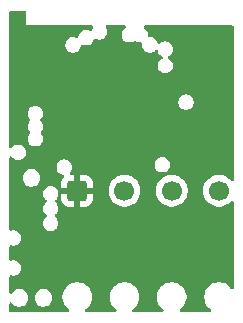
<source format=gbr>
%TF.GenerationSoftware,KiCad,Pcbnew,9.0.3*%
%TF.CreationDate,2025-07-11T23:11:04-05:00*%
%TF.ProjectId,Watch_PCB,57617463-685f-4504-9342-2e6b69636164,rev?*%
%TF.SameCoordinates,Original*%
%TF.FileFunction,Copper,L3,Inr*%
%TF.FilePolarity,Positive*%
%FSLAX46Y46*%
G04 Gerber Fmt 4.6, Leading zero omitted, Abs format (unit mm)*
G04 Created by KiCad (PCBNEW 9.0.3) date 2025-07-11 23:11:04*
%MOMM*%
%LPD*%
G01*
G04 APERTURE LIST*
G04 Aperture macros list*
%AMRoundRect*
0 Rectangle with rounded corners*
0 $1 Rounding radius*
0 $2 $3 $4 $5 $6 $7 $8 $9 X,Y pos of 4 corners*
0 Add a 4 corners polygon primitive as box body*
4,1,4,$2,$3,$4,$5,$6,$7,$8,$9,$2,$3,0*
0 Add four circle primitives for the rounded corners*
1,1,$1+$1,$2,$3*
1,1,$1+$1,$4,$5*
1,1,$1+$1,$6,$7*
1,1,$1+$1,$8,$9*
0 Add four rect primitives between the rounded corners*
20,1,$1+$1,$2,$3,$4,$5,0*
20,1,$1+$1,$4,$5,$6,$7,0*
20,1,$1+$1,$6,$7,$8,$9,0*
20,1,$1+$1,$8,$9,$2,$3,0*%
G04 Aperture macros list end*
%TA.AperFunction,ComponentPad*%
%ADD10C,1.700000*%
%TD*%
%TA.AperFunction,ComponentPad*%
%ADD11RoundRect,0.250000X-0.600000X-0.600000X0.600000X-0.600000X0.600000X0.600000X-0.600000X0.600000X0*%
%TD*%
%TA.AperFunction,ViaPad*%
%ADD12C,0.600000*%
%TD*%
G04 APERTURE END LIST*
D10*
%TO.N,Net-(J3-PIEZO_SIG)*%
%TO.C,J3*%
X70250000Y-76250000D03*
%TO.N,GND*%
X66250000Y-76250000D03*
X62250000Y-76250000D03*
D11*
%TO.N,+3.3V*%
X58250000Y-76250000D03*
%TD*%
D12*
%TO.N,+3.3V*%
X55200000Y-73200000D03*
X57100000Y-65200000D03*
X53250000Y-61700000D03*
X67300000Y-73300000D03*
X67300000Y-71600000D03*
%TD*%
%TA.AperFunction,Conductor*%
%TO.N,+3.3V*%
G36*
X59553535Y-62269685D02*
G01*
X59599290Y-62322489D01*
X59609234Y-62391647D01*
X59589598Y-62442891D01*
X59556359Y-62492635D01*
X59556354Y-62492644D01*
X59507320Y-62611024D01*
X59507318Y-62611029D01*
X59500401Y-62645805D01*
X59468015Y-62707716D01*
X59407299Y-62742289D01*
X59337529Y-62738548D01*
X59309897Y-62724717D01*
X59308132Y-62723538D01*
X59308124Y-62723533D01*
X59189744Y-62674499D01*
X59189738Y-62674497D01*
X59064071Y-62649500D01*
X59064069Y-62649500D01*
X58935931Y-62649500D01*
X58935929Y-62649500D01*
X58810261Y-62674497D01*
X58810255Y-62674499D01*
X58691875Y-62723533D01*
X58691866Y-62723538D01*
X58585331Y-62794723D01*
X58585327Y-62794726D01*
X58494726Y-62885327D01*
X58494723Y-62885331D01*
X58423538Y-62991866D01*
X58423533Y-62991875D01*
X58374499Y-63110255D01*
X58374497Y-63110261D01*
X58352116Y-63222777D01*
X58319731Y-63284688D01*
X58259015Y-63319262D01*
X58189245Y-63315521D01*
X58183046Y-63313146D01*
X58089744Y-63274499D01*
X58089738Y-63274497D01*
X57964071Y-63249500D01*
X57964069Y-63249500D01*
X57835931Y-63249500D01*
X57835929Y-63249500D01*
X57710261Y-63274497D01*
X57710255Y-63274499D01*
X57591875Y-63323533D01*
X57591866Y-63323538D01*
X57485331Y-63394723D01*
X57485327Y-63394726D01*
X57394726Y-63485327D01*
X57394723Y-63485331D01*
X57323538Y-63591866D01*
X57323533Y-63591875D01*
X57274499Y-63710255D01*
X57274497Y-63710261D01*
X57249500Y-63835928D01*
X57249500Y-63835931D01*
X57249500Y-63964069D01*
X57249500Y-63964071D01*
X57249499Y-63964071D01*
X57274497Y-64089738D01*
X57274499Y-64089744D01*
X57323533Y-64208124D01*
X57323538Y-64208133D01*
X57394723Y-64314668D01*
X57394726Y-64314672D01*
X57485327Y-64405273D01*
X57485331Y-64405276D01*
X57591866Y-64476461D01*
X57591872Y-64476464D01*
X57591873Y-64476465D01*
X57710256Y-64525501D01*
X57710260Y-64525501D01*
X57710261Y-64525502D01*
X57835928Y-64550500D01*
X57835931Y-64550500D01*
X57964071Y-64550500D01*
X58048615Y-64533682D01*
X58089744Y-64525501D01*
X58208127Y-64476465D01*
X58314669Y-64405276D01*
X58405276Y-64314669D01*
X58476465Y-64208127D01*
X58525501Y-64089744D01*
X58547883Y-63977221D01*
X58580267Y-63915312D01*
X58640983Y-63880738D01*
X58710753Y-63884477D01*
X58716936Y-63886846D01*
X58810256Y-63925501D01*
X58810260Y-63925501D01*
X58810261Y-63925502D01*
X58935928Y-63950500D01*
X58935931Y-63950500D01*
X59064071Y-63950500D01*
X59148615Y-63933682D01*
X59189744Y-63925501D01*
X59308127Y-63876465D01*
X59414669Y-63805276D01*
X59505276Y-63714669D01*
X59576465Y-63608127D01*
X59625501Y-63489744D01*
X59632419Y-63454963D01*
X59664803Y-63393055D01*
X59725518Y-63358480D01*
X59795288Y-63362219D01*
X59822927Y-63376054D01*
X59824687Y-63377230D01*
X59824693Y-63377233D01*
X59824694Y-63377234D01*
X59943077Y-63426270D01*
X59943081Y-63426270D01*
X59943082Y-63426271D01*
X60068749Y-63451269D01*
X60068752Y-63451269D01*
X60196892Y-63451269D01*
X60281436Y-63434451D01*
X60322565Y-63426270D01*
X60440948Y-63377234D01*
X60547490Y-63306045D01*
X60638097Y-63215438D01*
X60709286Y-63108896D01*
X60758322Y-62990513D01*
X60779245Y-62885331D01*
X60783321Y-62864840D01*
X60783321Y-62736697D01*
X60758323Y-62611030D01*
X60758322Y-62611029D01*
X60758322Y-62611025D01*
X60709286Y-62492642D01*
X60709285Y-62492641D01*
X60709282Y-62492635D01*
X60676044Y-62442891D01*
X60655166Y-62376213D01*
X60673650Y-62308833D01*
X60725629Y-62262143D01*
X60779146Y-62250000D01*
X62267643Y-62250000D01*
X62334682Y-62269685D01*
X62380437Y-62322489D01*
X62390381Y-62391647D01*
X62361356Y-62455203D01*
X62336534Y-62477102D01*
X62235331Y-62544723D01*
X62235327Y-62544726D01*
X62144726Y-62635327D01*
X62144723Y-62635331D01*
X62073538Y-62741866D01*
X62073533Y-62741875D01*
X62024499Y-62860255D01*
X62024497Y-62860261D01*
X61999500Y-62985928D01*
X61999500Y-62985931D01*
X61999500Y-63114069D01*
X61999500Y-63114071D01*
X61999499Y-63114071D01*
X62024497Y-63239738D01*
X62024499Y-63239744D01*
X62073533Y-63358124D01*
X62073538Y-63358133D01*
X62144723Y-63464668D01*
X62144726Y-63464672D01*
X62235327Y-63555273D01*
X62235331Y-63555276D01*
X62341866Y-63626461D01*
X62341872Y-63626464D01*
X62341873Y-63626465D01*
X62460256Y-63675501D01*
X62460260Y-63675501D01*
X62460261Y-63675502D01*
X62585928Y-63700500D01*
X62585931Y-63700500D01*
X62714071Y-63700500D01*
X62798615Y-63683682D01*
X62839744Y-63675501D01*
X62958127Y-63626465D01*
X63056111Y-63560993D01*
X63122786Y-63540117D01*
X63190166Y-63558601D01*
X63193842Y-63560963D01*
X63291873Y-63626465D01*
X63410256Y-63675501D01*
X63410260Y-63675501D01*
X63410261Y-63675502D01*
X63535928Y-63700500D01*
X63626026Y-63700500D01*
X63693065Y-63720185D01*
X63738820Y-63772989D01*
X63748293Y-63829839D01*
X63749500Y-63829839D01*
X63749500Y-63835931D01*
X63749500Y-63964069D01*
X63749500Y-63964071D01*
X63749499Y-63964071D01*
X63774497Y-64089738D01*
X63774499Y-64089744D01*
X63823533Y-64208124D01*
X63823538Y-64208133D01*
X63894723Y-64314668D01*
X63894726Y-64314672D01*
X63985327Y-64405273D01*
X63985331Y-64405276D01*
X64091866Y-64476461D01*
X64091872Y-64476464D01*
X64091873Y-64476465D01*
X64210256Y-64525501D01*
X64210260Y-64525501D01*
X64210261Y-64525502D01*
X64335928Y-64550500D01*
X64335931Y-64550500D01*
X64464071Y-64550500D01*
X64548615Y-64533682D01*
X64589744Y-64525501D01*
X64708127Y-64476465D01*
X64814669Y-64405276D01*
X64861630Y-64358315D01*
X64922953Y-64324829D01*
X64992644Y-64329813D01*
X65048578Y-64371684D01*
X65070928Y-64421799D01*
X65074496Y-64439734D01*
X65074499Y-64439744D01*
X65123533Y-64558124D01*
X65123538Y-64558133D01*
X65194723Y-64664668D01*
X65194726Y-64664672D01*
X65285327Y-64755273D01*
X65285331Y-64755276D01*
X65391866Y-64826461D01*
X65391868Y-64826462D01*
X65391873Y-64826465D01*
X65412812Y-64835138D01*
X65413538Y-64835439D01*
X65467941Y-64879281D01*
X65490005Y-64945575D01*
X65472725Y-65013274D01*
X65421588Y-65060884D01*
X65413538Y-65064561D01*
X65391873Y-65073535D01*
X65391866Y-65073538D01*
X65285331Y-65144723D01*
X65285327Y-65144726D01*
X65194726Y-65235327D01*
X65194723Y-65235331D01*
X65123538Y-65341866D01*
X65123533Y-65341875D01*
X65074499Y-65460255D01*
X65074497Y-65460261D01*
X65049500Y-65585928D01*
X65049500Y-65585931D01*
X65049500Y-65714069D01*
X65049500Y-65714071D01*
X65049499Y-65714071D01*
X65074497Y-65839738D01*
X65074499Y-65839744D01*
X65123533Y-65958124D01*
X65123538Y-65958133D01*
X65194723Y-66064668D01*
X65194726Y-66064672D01*
X65285327Y-66155273D01*
X65285331Y-66155276D01*
X65391866Y-66226461D01*
X65391872Y-66226464D01*
X65391873Y-66226465D01*
X65510256Y-66275501D01*
X65510260Y-66275501D01*
X65510261Y-66275502D01*
X65635928Y-66300500D01*
X65635931Y-66300500D01*
X65764071Y-66300500D01*
X65848615Y-66283682D01*
X65889744Y-66275501D01*
X66008127Y-66226465D01*
X66114669Y-66155276D01*
X66205276Y-66064669D01*
X66276465Y-65958127D01*
X66325501Y-65839744D01*
X66350500Y-65714069D01*
X66350500Y-65585931D01*
X66350500Y-65585928D01*
X66325502Y-65460261D01*
X66325501Y-65460260D01*
X66325501Y-65460256D01*
X66276465Y-65341873D01*
X66276464Y-65341872D01*
X66276461Y-65341866D01*
X66205276Y-65235331D01*
X66205273Y-65235327D01*
X66114672Y-65144726D01*
X66114668Y-65144723D01*
X66008133Y-65073538D01*
X66008120Y-65073531D01*
X65986463Y-65064561D01*
X65932059Y-65020720D01*
X65909994Y-64954426D01*
X65927273Y-64886727D01*
X65978410Y-64839116D01*
X65986463Y-64835439D01*
X66008120Y-64826468D01*
X66008120Y-64826467D01*
X66008127Y-64826465D01*
X66114669Y-64755276D01*
X66205276Y-64664669D01*
X66276465Y-64558127D01*
X66325501Y-64439744D01*
X66341699Y-64358315D01*
X66350500Y-64314071D01*
X66350500Y-64185928D01*
X66325502Y-64060261D01*
X66325501Y-64060260D01*
X66325501Y-64060256D01*
X66285659Y-63964069D01*
X66276466Y-63941875D01*
X66276461Y-63941866D01*
X66205276Y-63835331D01*
X66205273Y-63835327D01*
X66114672Y-63744726D01*
X66114668Y-63744723D01*
X66008133Y-63673538D01*
X66008124Y-63673533D01*
X65889744Y-63624499D01*
X65889738Y-63624497D01*
X65764071Y-63599500D01*
X65764069Y-63599500D01*
X65635931Y-63599500D01*
X65635929Y-63599500D01*
X65510261Y-63624497D01*
X65510255Y-63624499D01*
X65391875Y-63673533D01*
X65391866Y-63673538D01*
X65285331Y-63744723D01*
X65285326Y-63744727D01*
X65238367Y-63791686D01*
X65177044Y-63825170D01*
X65107352Y-63820185D01*
X65051419Y-63778313D01*
X65029070Y-63728196D01*
X65025502Y-63710261D01*
X65025501Y-63710260D01*
X65025501Y-63710256D01*
X64976465Y-63591873D01*
X64976464Y-63591872D01*
X64976461Y-63591866D01*
X64905276Y-63485331D01*
X64905273Y-63485327D01*
X64814672Y-63394726D01*
X64814668Y-63394723D01*
X64708133Y-63323538D01*
X64708124Y-63323533D01*
X64589744Y-63274499D01*
X64589738Y-63274497D01*
X64464071Y-63249500D01*
X64464069Y-63249500D01*
X64373974Y-63249500D01*
X64306935Y-63229815D01*
X64261180Y-63177011D01*
X64251707Y-63120161D01*
X64250500Y-63120161D01*
X64250500Y-62985928D01*
X64225502Y-62860261D01*
X64225501Y-62860260D01*
X64225501Y-62860256D01*
X64176465Y-62741873D01*
X64176464Y-62741872D01*
X64176461Y-62741866D01*
X64105276Y-62635331D01*
X64105273Y-62635327D01*
X64014672Y-62544726D01*
X64014668Y-62544723D01*
X63913466Y-62477102D01*
X63868661Y-62423490D01*
X63859954Y-62354165D01*
X63890108Y-62291138D01*
X63949551Y-62254418D01*
X63982357Y-62250000D01*
X71375500Y-62250000D01*
X71442539Y-62269685D01*
X71488294Y-62322489D01*
X71499500Y-62374000D01*
X71499500Y-75290970D01*
X71479815Y-75358009D01*
X71427011Y-75403764D01*
X71357853Y-75413708D01*
X71294297Y-75384683D01*
X71281222Y-75371516D01*
X71280107Y-75370211D01*
X71129786Y-75219890D01*
X70957820Y-75094951D01*
X70768414Y-74998444D01*
X70768413Y-74998443D01*
X70768412Y-74998443D01*
X70566243Y-74932754D01*
X70566241Y-74932753D01*
X70566240Y-74932753D01*
X70404957Y-74907208D01*
X70356287Y-74899500D01*
X70143713Y-74899500D01*
X70095042Y-74907208D01*
X69933760Y-74932753D01*
X69731585Y-74998444D01*
X69542179Y-75094951D01*
X69370213Y-75219890D01*
X69219890Y-75370213D01*
X69094951Y-75542179D01*
X68998444Y-75731585D01*
X68932753Y-75933760D01*
X68899500Y-76143713D01*
X68899500Y-76356286D01*
X68932409Y-76564069D01*
X68932754Y-76566243D01*
X68943722Y-76600000D01*
X68998444Y-76768414D01*
X69094951Y-76957820D01*
X69219890Y-77129786D01*
X69370213Y-77280109D01*
X69542179Y-77405048D01*
X69542181Y-77405049D01*
X69542184Y-77405051D01*
X69731588Y-77501557D01*
X69933757Y-77567246D01*
X70143713Y-77600500D01*
X70143714Y-77600500D01*
X70356286Y-77600500D01*
X70356287Y-77600500D01*
X70566243Y-77567246D01*
X70768412Y-77501557D01*
X70957816Y-77405051D01*
X71053784Y-77335327D01*
X71129786Y-77280109D01*
X71129788Y-77280106D01*
X71129792Y-77280104D01*
X71280104Y-77129792D01*
X71280107Y-77129787D01*
X71281214Y-77128493D01*
X71281758Y-77128137D01*
X71283549Y-77126347D01*
X71283925Y-77126723D01*
X71339723Y-77090302D01*
X71409591Y-77089807D01*
X71468635Y-77127164D01*
X71498110Y-77190512D01*
X71499500Y-77209029D01*
X71499500Y-84460678D01*
X71479815Y-84527717D01*
X71427011Y-84573472D01*
X71357853Y-84583416D01*
X71294297Y-84554391D01*
X71275182Y-84533564D01*
X71222227Y-84460678D01*
X71203828Y-84435354D01*
X71064646Y-84296172D01*
X70905405Y-84180476D01*
X70730029Y-84091117D01*
X70542826Y-84030290D01*
X70348422Y-83999500D01*
X70348417Y-83999500D01*
X70151583Y-83999500D01*
X70151578Y-83999500D01*
X69957173Y-84030290D01*
X69769970Y-84091117D01*
X69594594Y-84180476D01*
X69503741Y-84246485D01*
X69435354Y-84296172D01*
X69435352Y-84296174D01*
X69435351Y-84296174D01*
X69296174Y-84435351D01*
X69296174Y-84435352D01*
X69296172Y-84435354D01*
X69277773Y-84460678D01*
X69180476Y-84594594D01*
X69091117Y-84769970D01*
X69030290Y-84957173D01*
X68999500Y-85151577D01*
X68999500Y-85348422D01*
X69030290Y-85542826D01*
X69091117Y-85730029D01*
X69129435Y-85805231D01*
X69180476Y-85905405D01*
X69296172Y-86064646D01*
X69435354Y-86203828D01*
X69533564Y-86275182D01*
X69576229Y-86330513D01*
X69582208Y-86400126D01*
X69549602Y-86461921D01*
X69488763Y-86496278D01*
X69460678Y-86499500D01*
X67039322Y-86499500D01*
X66972283Y-86479815D01*
X66926528Y-86427011D01*
X66916584Y-86357853D01*
X66945609Y-86294297D01*
X66966436Y-86275182D01*
X67064646Y-86203828D01*
X67203828Y-86064646D01*
X67319524Y-85905405D01*
X67408884Y-85730025D01*
X67469709Y-85542826D01*
X67500500Y-85348422D01*
X67500500Y-85151577D01*
X67469709Y-84957173D01*
X67408882Y-84769970D01*
X67357611Y-84669345D01*
X67319524Y-84594595D01*
X67203828Y-84435354D01*
X67064646Y-84296172D01*
X66905405Y-84180476D01*
X66730029Y-84091117D01*
X66542826Y-84030290D01*
X66348422Y-83999500D01*
X66348417Y-83999500D01*
X66151583Y-83999500D01*
X66151578Y-83999500D01*
X65957173Y-84030290D01*
X65769970Y-84091117D01*
X65594594Y-84180476D01*
X65503741Y-84246485D01*
X65435354Y-84296172D01*
X65435352Y-84296174D01*
X65435351Y-84296174D01*
X65296174Y-84435351D01*
X65296174Y-84435352D01*
X65296172Y-84435354D01*
X65277773Y-84460678D01*
X65180476Y-84594594D01*
X65091117Y-84769970D01*
X65030290Y-84957173D01*
X64999500Y-85151577D01*
X64999500Y-85348422D01*
X65030290Y-85542826D01*
X65091117Y-85730029D01*
X65129435Y-85805231D01*
X65180476Y-85905405D01*
X65296172Y-86064646D01*
X65435354Y-86203828D01*
X65533564Y-86275182D01*
X65576229Y-86330513D01*
X65582208Y-86400126D01*
X65549602Y-86461921D01*
X65488763Y-86496278D01*
X65460678Y-86499500D01*
X63039322Y-86499500D01*
X62972283Y-86479815D01*
X62926528Y-86427011D01*
X62916584Y-86357853D01*
X62945609Y-86294297D01*
X62966436Y-86275182D01*
X63064646Y-86203828D01*
X63203828Y-86064646D01*
X63319524Y-85905405D01*
X63408884Y-85730025D01*
X63469709Y-85542826D01*
X63500500Y-85348422D01*
X63500500Y-85151577D01*
X63469709Y-84957173D01*
X63408882Y-84769970D01*
X63357611Y-84669345D01*
X63319524Y-84594595D01*
X63203828Y-84435354D01*
X63064646Y-84296172D01*
X62905405Y-84180476D01*
X62730029Y-84091117D01*
X62542826Y-84030290D01*
X62348422Y-83999500D01*
X62348417Y-83999500D01*
X62151583Y-83999500D01*
X62151578Y-83999500D01*
X61957173Y-84030290D01*
X61769970Y-84091117D01*
X61594594Y-84180476D01*
X61503741Y-84246485D01*
X61435354Y-84296172D01*
X61435352Y-84296174D01*
X61435351Y-84296174D01*
X61296174Y-84435351D01*
X61296174Y-84435352D01*
X61296172Y-84435354D01*
X61277773Y-84460678D01*
X61180476Y-84594594D01*
X61091117Y-84769970D01*
X61030290Y-84957173D01*
X60999500Y-85151577D01*
X60999500Y-85348422D01*
X61030290Y-85542826D01*
X61091117Y-85730029D01*
X61129435Y-85805231D01*
X61180476Y-85905405D01*
X61296172Y-86064646D01*
X61435354Y-86203828D01*
X61533564Y-86275182D01*
X61576229Y-86330513D01*
X61582208Y-86400126D01*
X61549602Y-86461921D01*
X61488763Y-86496278D01*
X61460678Y-86499500D01*
X59039322Y-86499500D01*
X58972283Y-86479815D01*
X58926528Y-86427011D01*
X58916584Y-86357853D01*
X58945609Y-86294297D01*
X58966436Y-86275182D01*
X59064646Y-86203828D01*
X59203828Y-86064646D01*
X59319524Y-85905405D01*
X59408884Y-85730025D01*
X59469709Y-85542826D01*
X59500500Y-85348422D01*
X59500500Y-85151577D01*
X59469709Y-84957173D01*
X59408882Y-84769970D01*
X59357611Y-84669345D01*
X59319524Y-84594595D01*
X59203828Y-84435354D01*
X59064646Y-84296172D01*
X58905405Y-84180476D01*
X58730029Y-84091117D01*
X58542826Y-84030290D01*
X58348422Y-83999500D01*
X58348417Y-83999500D01*
X58151583Y-83999500D01*
X58151578Y-83999500D01*
X57957173Y-84030290D01*
X57769970Y-84091117D01*
X57594594Y-84180476D01*
X57503741Y-84246485D01*
X57435354Y-84296172D01*
X57435352Y-84296174D01*
X57435351Y-84296174D01*
X57296174Y-84435351D01*
X57296174Y-84435352D01*
X57296172Y-84435354D01*
X57277773Y-84460678D01*
X57180476Y-84594594D01*
X57091117Y-84769970D01*
X57030290Y-84957173D01*
X56999500Y-85151577D01*
X56999500Y-85348422D01*
X57030290Y-85542826D01*
X57091117Y-85730029D01*
X57129435Y-85805231D01*
X57180476Y-85905405D01*
X57296172Y-86064646D01*
X57435354Y-86203828D01*
X57533564Y-86275182D01*
X57576229Y-86330513D01*
X57582208Y-86400126D01*
X57549602Y-86461921D01*
X57488763Y-86496278D01*
X57460678Y-86499500D01*
X52624500Y-86499500D01*
X52557461Y-86479815D01*
X52511706Y-86427011D01*
X52500500Y-86375500D01*
X52500500Y-85810768D01*
X52520185Y-85743729D01*
X52572989Y-85697974D01*
X52642147Y-85688030D01*
X52705703Y-85717055D01*
X52727602Y-85741877D01*
X52769931Y-85805228D01*
X52873768Y-85909065D01*
X52873772Y-85909068D01*
X52995866Y-85990649D01*
X52995872Y-85990652D01*
X52995873Y-85990653D01*
X53131546Y-86046851D01*
X53275570Y-86075499D01*
X53275574Y-86075500D01*
X53275575Y-86075500D01*
X53422426Y-86075500D01*
X53422427Y-86075499D01*
X53566454Y-86046851D01*
X53702127Y-85990653D01*
X53824228Y-85909068D01*
X53928068Y-85805228D01*
X54009653Y-85683127D01*
X54065851Y-85547454D01*
X54094500Y-85403425D01*
X54094500Y-85256575D01*
X54094499Y-85256570D01*
X54635500Y-85256570D01*
X54635500Y-85403429D01*
X54664147Y-85547446D01*
X54664149Y-85547454D01*
X54720345Y-85683124D01*
X54720350Y-85683133D01*
X54801931Y-85805227D01*
X54801934Y-85805231D01*
X54905768Y-85909065D01*
X54905772Y-85909068D01*
X55027866Y-85990649D01*
X55027872Y-85990652D01*
X55027873Y-85990653D01*
X55163546Y-86046851D01*
X55307570Y-86075499D01*
X55307574Y-86075500D01*
X55307575Y-86075500D01*
X55454426Y-86075500D01*
X55454427Y-86075499D01*
X55598454Y-86046851D01*
X55734127Y-85990653D01*
X55856228Y-85909068D01*
X55960068Y-85805228D01*
X56041653Y-85683127D01*
X56097851Y-85547454D01*
X56126500Y-85403425D01*
X56126500Y-85256575D01*
X56097851Y-85112546D01*
X56041653Y-84976873D01*
X56041652Y-84976872D01*
X56041649Y-84976866D01*
X55960068Y-84854772D01*
X55960065Y-84854768D01*
X55856231Y-84750934D01*
X55856227Y-84750931D01*
X55734133Y-84669350D01*
X55734124Y-84669345D01*
X55598454Y-84613149D01*
X55598446Y-84613147D01*
X55454429Y-84584500D01*
X55454425Y-84584500D01*
X55307575Y-84584500D01*
X55307570Y-84584500D01*
X55163553Y-84613147D01*
X55163545Y-84613149D01*
X55027875Y-84669345D01*
X55027866Y-84669350D01*
X54905772Y-84750931D01*
X54905768Y-84750934D01*
X54801934Y-84854768D01*
X54801931Y-84854772D01*
X54720350Y-84976866D01*
X54720345Y-84976875D01*
X54664149Y-85112545D01*
X54664147Y-85112553D01*
X54635500Y-85256570D01*
X54094499Y-85256570D01*
X54065851Y-85112546D01*
X54009653Y-84976873D01*
X54009652Y-84976872D01*
X54009649Y-84976866D01*
X53928068Y-84854772D01*
X53928065Y-84854768D01*
X53824231Y-84750934D01*
X53824227Y-84750931D01*
X53702133Y-84669350D01*
X53702124Y-84669345D01*
X53566454Y-84613149D01*
X53566446Y-84613147D01*
X53422429Y-84584500D01*
X53422425Y-84584500D01*
X53275575Y-84584500D01*
X53275570Y-84584500D01*
X53131553Y-84613147D01*
X53131545Y-84613149D01*
X52995875Y-84669345D01*
X52995866Y-84669350D01*
X52873772Y-84750931D01*
X52873768Y-84750934D01*
X52769934Y-84854768D01*
X52769931Y-84854772D01*
X52727602Y-84918122D01*
X52673989Y-84962927D01*
X52604664Y-84971634D01*
X52541637Y-84941479D01*
X52504918Y-84882036D01*
X52500500Y-84849231D01*
X52500500Y-83534234D01*
X52520185Y-83467195D01*
X52572989Y-83421440D01*
X52642147Y-83411496D01*
X52659432Y-83415337D01*
X52785928Y-83440500D01*
X52785931Y-83440500D01*
X52914071Y-83440500D01*
X53009887Y-83421440D01*
X53039744Y-83415501D01*
X53158127Y-83366465D01*
X53264669Y-83295276D01*
X53355276Y-83204669D01*
X53426465Y-83098127D01*
X53475501Y-82979744D01*
X53500500Y-82854069D01*
X53500500Y-82725931D01*
X53500500Y-82725928D01*
X53475502Y-82600261D01*
X53475501Y-82600260D01*
X53475501Y-82600256D01*
X53426465Y-82481873D01*
X53426464Y-82481872D01*
X53426461Y-82481866D01*
X53355276Y-82375331D01*
X53355273Y-82375327D01*
X53264672Y-82284726D01*
X53264668Y-82284723D01*
X53158133Y-82213538D01*
X53158124Y-82213533D01*
X53039744Y-82164499D01*
X53039738Y-82164497D01*
X52914071Y-82139500D01*
X52914069Y-82139500D01*
X52785931Y-82139500D01*
X52785929Y-82139500D01*
X52654282Y-82165687D01*
X52654043Y-82164486D01*
X52590615Y-82165045D01*
X52531506Y-82127790D01*
X52501922Y-82064493D01*
X52500500Y-82045765D01*
X52500500Y-80994234D01*
X52520185Y-80927195D01*
X52572989Y-80881440D01*
X52642147Y-80871496D01*
X52659432Y-80875337D01*
X52785928Y-80900500D01*
X52785931Y-80900500D01*
X52914071Y-80900500D01*
X53009887Y-80881440D01*
X53039744Y-80875501D01*
X53158127Y-80826465D01*
X53264669Y-80755276D01*
X53355276Y-80664669D01*
X53426465Y-80558127D01*
X53475501Y-80439744D01*
X53500500Y-80314069D01*
X53500500Y-80185931D01*
X53500500Y-80185928D01*
X53475502Y-80060261D01*
X53475501Y-80060260D01*
X53475501Y-80060256D01*
X53426465Y-79941873D01*
X53426464Y-79941872D01*
X53426461Y-79941866D01*
X53355276Y-79835331D01*
X53355273Y-79835327D01*
X53264672Y-79744726D01*
X53264668Y-79744723D01*
X53158133Y-79673538D01*
X53158124Y-79673533D01*
X53039744Y-79624499D01*
X53039738Y-79624497D01*
X52914071Y-79599500D01*
X52914069Y-79599500D01*
X52785931Y-79599500D01*
X52785929Y-79599500D01*
X52654282Y-79625687D01*
X52654043Y-79624486D01*
X52590615Y-79625045D01*
X52531506Y-79587790D01*
X52501922Y-79524493D01*
X52500500Y-79505765D01*
X52500500Y-76564071D01*
X55349499Y-76564071D01*
X55374497Y-76689738D01*
X55374499Y-76689744D01*
X55423533Y-76808124D01*
X55423538Y-76808133D01*
X55494723Y-76914668D01*
X55494726Y-76914672D01*
X55585327Y-77005273D01*
X55585334Y-77005278D01*
X55610207Y-77021899D01*
X55655012Y-77075512D01*
X55663718Y-77144837D01*
X55633562Y-77207864D01*
X55610207Y-77228101D01*
X55585334Y-77244721D01*
X55585327Y-77244726D01*
X55494726Y-77335327D01*
X55494723Y-77335331D01*
X55423538Y-77441866D01*
X55423533Y-77441875D01*
X55374499Y-77560255D01*
X55374497Y-77560261D01*
X55349500Y-77685928D01*
X55349500Y-77685931D01*
X55349500Y-77814069D01*
X55349500Y-77814071D01*
X55349499Y-77814071D01*
X55374497Y-77939738D01*
X55374499Y-77939744D01*
X55423533Y-78058124D01*
X55423538Y-78058133D01*
X55494723Y-78164668D01*
X55494726Y-78164672D01*
X55585327Y-78255273D01*
X55585334Y-78255278D01*
X55610207Y-78271899D01*
X55655012Y-78325512D01*
X55663718Y-78394837D01*
X55633562Y-78457864D01*
X55610207Y-78478101D01*
X55585334Y-78494721D01*
X55585327Y-78494726D01*
X55494726Y-78585327D01*
X55494723Y-78585331D01*
X55423538Y-78691866D01*
X55423533Y-78691875D01*
X55374499Y-78810255D01*
X55374497Y-78810261D01*
X55349500Y-78935928D01*
X55349500Y-78935931D01*
X55349500Y-79064069D01*
X55349500Y-79064071D01*
X55349499Y-79064071D01*
X55374497Y-79189738D01*
X55374499Y-79189744D01*
X55423533Y-79308124D01*
X55423538Y-79308133D01*
X55494723Y-79414668D01*
X55494726Y-79414672D01*
X55585327Y-79505273D01*
X55585331Y-79505276D01*
X55691866Y-79576461D01*
X55691872Y-79576464D01*
X55691873Y-79576465D01*
X55810256Y-79625501D01*
X55810260Y-79625501D01*
X55810261Y-79625502D01*
X55935928Y-79650500D01*
X55935931Y-79650500D01*
X56064071Y-79650500D01*
X56148615Y-79633682D01*
X56189744Y-79625501D01*
X56308127Y-79576465D01*
X56414669Y-79505276D01*
X56505276Y-79414669D01*
X56576465Y-79308127D01*
X56625501Y-79189744D01*
X56650500Y-79064069D01*
X56650500Y-78935931D01*
X56650500Y-78935928D01*
X56625502Y-78810261D01*
X56625501Y-78810260D01*
X56625501Y-78810256D01*
X56576465Y-78691873D01*
X56576464Y-78691872D01*
X56576461Y-78691866D01*
X56505276Y-78585331D01*
X56505273Y-78585327D01*
X56414672Y-78494726D01*
X56414668Y-78494723D01*
X56389793Y-78478102D01*
X56344988Y-78424490D01*
X56336281Y-78355165D01*
X56366435Y-78292137D01*
X56389793Y-78271898D01*
X56399235Y-78265588D01*
X56414669Y-78255276D01*
X56505276Y-78164669D01*
X56576465Y-78058127D01*
X56625501Y-77939744D01*
X56650500Y-77814069D01*
X56650500Y-77685931D01*
X56650500Y-77685928D01*
X56625502Y-77560261D01*
X56625501Y-77560260D01*
X56625501Y-77560256D01*
X56576465Y-77441873D01*
X56576464Y-77441872D01*
X56576461Y-77441866D01*
X56505276Y-77335331D01*
X56505273Y-77335327D01*
X56414672Y-77244726D01*
X56414668Y-77244723D01*
X56389793Y-77228102D01*
X56344988Y-77174490D01*
X56336281Y-77105165D01*
X56366435Y-77042137D01*
X56389793Y-77021898D01*
X56399235Y-77015588D01*
X56414669Y-77005276D01*
X56505276Y-76914669D01*
X56515087Y-76899986D01*
X56900001Y-76899986D01*
X56910494Y-77002697D01*
X56965641Y-77169119D01*
X56965643Y-77169124D01*
X57057684Y-77318345D01*
X57181654Y-77442315D01*
X57330875Y-77534356D01*
X57330880Y-77534358D01*
X57497302Y-77589505D01*
X57497309Y-77589506D01*
X57600019Y-77599999D01*
X57999999Y-77599999D01*
X58500000Y-77599999D01*
X58899972Y-77599999D01*
X58899986Y-77599998D01*
X59002697Y-77589505D01*
X59169119Y-77534358D01*
X59169124Y-77534356D01*
X59318345Y-77442315D01*
X59442315Y-77318345D01*
X59534356Y-77169124D01*
X59534358Y-77169119D01*
X59589505Y-77002697D01*
X59589506Y-77002690D01*
X59599999Y-76899986D01*
X59600000Y-76899973D01*
X59600000Y-76500000D01*
X58500000Y-76500000D01*
X58500000Y-77599999D01*
X57999999Y-77599999D01*
X58000000Y-77599998D01*
X58000000Y-76500000D01*
X56900001Y-76500000D01*
X56900001Y-76899986D01*
X56515087Y-76899986D01*
X56576465Y-76808127D01*
X56625501Y-76689744D01*
X56643353Y-76600000D01*
X56650500Y-76564071D01*
X56650500Y-76435928D01*
X56625502Y-76310261D01*
X56625501Y-76310260D01*
X56625501Y-76310256D01*
X56581456Y-76203922D01*
X57900000Y-76203922D01*
X57900000Y-76296078D01*
X57923852Y-76385095D01*
X57969930Y-76464905D01*
X58035095Y-76530070D01*
X58114905Y-76576148D01*
X58203922Y-76600000D01*
X58296078Y-76600000D01*
X58385095Y-76576148D01*
X58464905Y-76530070D01*
X58530070Y-76464905D01*
X58576148Y-76385095D01*
X58600000Y-76296078D01*
X58600000Y-76203922D01*
X58583867Y-76143713D01*
X60899500Y-76143713D01*
X60899500Y-76356286D01*
X60932409Y-76564069D01*
X60932754Y-76566243D01*
X60943722Y-76600000D01*
X60998444Y-76768414D01*
X61094951Y-76957820D01*
X61219890Y-77129786D01*
X61370213Y-77280109D01*
X61542179Y-77405048D01*
X61542181Y-77405049D01*
X61542184Y-77405051D01*
X61731588Y-77501557D01*
X61933757Y-77567246D01*
X62143713Y-77600500D01*
X62143714Y-77600500D01*
X62356286Y-77600500D01*
X62356287Y-77600500D01*
X62566243Y-77567246D01*
X62768412Y-77501557D01*
X62957816Y-77405051D01*
X63053784Y-77335327D01*
X63129786Y-77280109D01*
X63129788Y-77280106D01*
X63129792Y-77280104D01*
X63280104Y-77129792D01*
X63280106Y-77129788D01*
X63280109Y-77129786D01*
X63405048Y-76957820D01*
X63405047Y-76957820D01*
X63405051Y-76957816D01*
X63501557Y-76768412D01*
X63567246Y-76566243D01*
X63600500Y-76356287D01*
X63600500Y-76143713D01*
X64899500Y-76143713D01*
X64899500Y-76356286D01*
X64932409Y-76564069D01*
X64932754Y-76566243D01*
X64943722Y-76600000D01*
X64998444Y-76768414D01*
X65094951Y-76957820D01*
X65219890Y-77129786D01*
X65370213Y-77280109D01*
X65542179Y-77405048D01*
X65542181Y-77405049D01*
X65542184Y-77405051D01*
X65731588Y-77501557D01*
X65933757Y-77567246D01*
X66143713Y-77600500D01*
X66143714Y-77600500D01*
X66356286Y-77600500D01*
X66356287Y-77600500D01*
X66566243Y-77567246D01*
X66768412Y-77501557D01*
X66957816Y-77405051D01*
X67053784Y-77335327D01*
X67129786Y-77280109D01*
X67129788Y-77280106D01*
X67129792Y-77280104D01*
X67280104Y-77129792D01*
X67280106Y-77129788D01*
X67280109Y-77129786D01*
X67405048Y-76957820D01*
X67405047Y-76957820D01*
X67405051Y-76957816D01*
X67501557Y-76768412D01*
X67567246Y-76566243D01*
X67600500Y-76356287D01*
X67600500Y-76143713D01*
X67567246Y-75933757D01*
X67501557Y-75731588D01*
X67405051Y-75542184D01*
X67405049Y-75542181D01*
X67405048Y-75542179D01*
X67280109Y-75370213D01*
X67129786Y-75219890D01*
X66957820Y-75094951D01*
X66768414Y-74998444D01*
X66768413Y-74998443D01*
X66768412Y-74998443D01*
X66566243Y-74932754D01*
X66566241Y-74932753D01*
X66566240Y-74932753D01*
X66404957Y-74907208D01*
X66356287Y-74899500D01*
X66143713Y-74899500D01*
X66095042Y-74907208D01*
X65933760Y-74932753D01*
X65731585Y-74998444D01*
X65542179Y-75094951D01*
X65370213Y-75219890D01*
X65219890Y-75370213D01*
X65094951Y-75542179D01*
X64998444Y-75731585D01*
X64932753Y-75933760D01*
X64899500Y-76143713D01*
X63600500Y-76143713D01*
X63567246Y-75933757D01*
X63501557Y-75731588D01*
X63405051Y-75542184D01*
X63405049Y-75542181D01*
X63405048Y-75542179D01*
X63280109Y-75370213D01*
X63129786Y-75219890D01*
X62957820Y-75094951D01*
X62768414Y-74998444D01*
X62768413Y-74998443D01*
X62768412Y-74998443D01*
X62566243Y-74932754D01*
X62566241Y-74932753D01*
X62566240Y-74932753D01*
X62404957Y-74907208D01*
X62356287Y-74899500D01*
X62143713Y-74899500D01*
X62095042Y-74907208D01*
X61933760Y-74932753D01*
X61731585Y-74998444D01*
X61542179Y-75094951D01*
X61370213Y-75219890D01*
X61219890Y-75370213D01*
X61094951Y-75542179D01*
X60998444Y-75731585D01*
X60932753Y-75933760D01*
X60899500Y-76143713D01*
X58583867Y-76143713D01*
X58576148Y-76114905D01*
X58530070Y-76035095D01*
X58494975Y-76000000D01*
X58500000Y-76000000D01*
X59599999Y-76000000D01*
X59599999Y-75600028D01*
X59599998Y-75600013D01*
X59589505Y-75497302D01*
X59534358Y-75330880D01*
X59534356Y-75330875D01*
X59442315Y-75181654D01*
X59318345Y-75057684D01*
X59169124Y-74965643D01*
X59169119Y-74965641D01*
X59002697Y-74910494D01*
X59002690Y-74910493D01*
X58899986Y-74900000D01*
X58500000Y-74900000D01*
X58500000Y-76000000D01*
X58494975Y-76000000D01*
X58464905Y-75969930D01*
X58385095Y-75923852D01*
X58296078Y-75900000D01*
X58203922Y-75900000D01*
X58114905Y-75923852D01*
X58035095Y-75969930D01*
X57969930Y-76035095D01*
X57923852Y-76114905D01*
X57900000Y-76203922D01*
X56581456Y-76203922D01*
X56576465Y-76191873D01*
X56576461Y-76191866D01*
X56505276Y-76085331D01*
X56505273Y-76085327D01*
X56414672Y-75994726D01*
X56414668Y-75994723D01*
X56308133Y-75923538D01*
X56308124Y-75923533D01*
X56189744Y-75874499D01*
X56189738Y-75874497D01*
X56064071Y-75849500D01*
X56064069Y-75849500D01*
X55935931Y-75849500D01*
X55935929Y-75849500D01*
X55810261Y-75874497D01*
X55810255Y-75874499D01*
X55691875Y-75923533D01*
X55691866Y-75923538D01*
X55585331Y-75994723D01*
X55585327Y-75994726D01*
X55494726Y-76085327D01*
X55494723Y-76085331D01*
X55423538Y-76191866D01*
X55423533Y-76191875D01*
X55374499Y-76310255D01*
X55374497Y-76310261D01*
X55349500Y-76435928D01*
X55349500Y-76435931D01*
X55349500Y-76564069D01*
X55349500Y-76564071D01*
X55349499Y-76564071D01*
X52500500Y-76564071D01*
X52500500Y-75096570D01*
X53619500Y-75096570D01*
X53619500Y-75243429D01*
X53648147Y-75387446D01*
X53648149Y-75387454D01*
X53704345Y-75523124D01*
X53704350Y-75523133D01*
X53785931Y-75645227D01*
X53785934Y-75645231D01*
X53889768Y-75749065D01*
X53889772Y-75749068D01*
X54011866Y-75830649D01*
X54011872Y-75830652D01*
X54011873Y-75830653D01*
X54147546Y-75886851D01*
X54291570Y-75915499D01*
X54291574Y-75915500D01*
X54291575Y-75915500D01*
X54438426Y-75915500D01*
X54438427Y-75915499D01*
X54582454Y-75886851D01*
X54718127Y-75830653D01*
X54840228Y-75749068D01*
X54944068Y-75645228D01*
X55025653Y-75523127D01*
X55081851Y-75387454D01*
X55110500Y-75243425D01*
X55110500Y-75096575D01*
X55081851Y-74952546D01*
X55038384Y-74847609D01*
X55025654Y-74816875D01*
X55025649Y-74816866D01*
X54944068Y-74694772D01*
X54944065Y-74694768D01*
X54840231Y-74590934D01*
X54840227Y-74590931D01*
X54718133Y-74509350D01*
X54718124Y-74509345D01*
X54582454Y-74453149D01*
X54582446Y-74453147D01*
X54438429Y-74424500D01*
X54438425Y-74424500D01*
X54291575Y-74424500D01*
X54291570Y-74424500D01*
X54147553Y-74453147D01*
X54147545Y-74453149D01*
X54011875Y-74509345D01*
X54011866Y-74509350D01*
X53889772Y-74590931D01*
X53889768Y-74590934D01*
X53785934Y-74694768D01*
X53785931Y-74694772D01*
X53704350Y-74816866D01*
X53704345Y-74816875D01*
X53648149Y-74952545D01*
X53648147Y-74952553D01*
X53619500Y-75096570D01*
X52500500Y-75096570D01*
X52500500Y-74314071D01*
X56499499Y-74314071D01*
X56524497Y-74439738D01*
X56524499Y-74439744D01*
X56573533Y-74558124D01*
X56573538Y-74558133D01*
X56644723Y-74664668D01*
X56644726Y-74664672D01*
X56735327Y-74755273D01*
X56735331Y-74755276D01*
X56841866Y-74826461D01*
X56841872Y-74826464D01*
X56841873Y-74826465D01*
X56960256Y-74875501D01*
X56960260Y-74875501D01*
X56960261Y-74875502D01*
X57069349Y-74897202D01*
X57131260Y-74929587D01*
X57165834Y-74990303D01*
X57162093Y-75060073D01*
X57132839Y-75106500D01*
X57057682Y-75181657D01*
X56965643Y-75330875D01*
X56965641Y-75330880D01*
X56910494Y-75497302D01*
X56910493Y-75497309D01*
X56900000Y-75600013D01*
X56900000Y-76000000D01*
X58000000Y-76000000D01*
X58000000Y-74900000D01*
X57719307Y-74900000D01*
X57652268Y-74880315D01*
X57606513Y-74827511D01*
X57596569Y-74758353D01*
X57625594Y-74694797D01*
X57631613Y-74688331D01*
X57655276Y-74664669D01*
X57726465Y-74558127D01*
X57775501Y-74439744D01*
X57800500Y-74314069D01*
X57800500Y-74185931D01*
X57800500Y-74185928D01*
X57786206Y-74114071D01*
X64799499Y-74114071D01*
X64824497Y-74239738D01*
X64824499Y-74239744D01*
X64873533Y-74358124D01*
X64873538Y-74358133D01*
X64944723Y-74464668D01*
X64944726Y-74464672D01*
X65035327Y-74555273D01*
X65035331Y-74555276D01*
X65141866Y-74626461D01*
X65141872Y-74626464D01*
X65141873Y-74626465D01*
X65260256Y-74675501D01*
X65260260Y-74675501D01*
X65260261Y-74675502D01*
X65385928Y-74700500D01*
X65385931Y-74700500D01*
X65514071Y-74700500D01*
X65598615Y-74683682D01*
X65639744Y-74675501D01*
X65758127Y-74626465D01*
X65864669Y-74555276D01*
X65955276Y-74464669D01*
X66026465Y-74358127D01*
X66075501Y-74239744D01*
X66100500Y-74114069D01*
X66100500Y-73985931D01*
X66100500Y-73985928D01*
X66075502Y-73860261D01*
X66075501Y-73860260D01*
X66075501Y-73860256D01*
X66026465Y-73741873D01*
X66026464Y-73741872D01*
X66026461Y-73741866D01*
X65955276Y-73635331D01*
X65955273Y-73635327D01*
X65864672Y-73544726D01*
X65864668Y-73544723D01*
X65758133Y-73473538D01*
X65758124Y-73473533D01*
X65639744Y-73424499D01*
X65639738Y-73424497D01*
X65514071Y-73399500D01*
X65514069Y-73399500D01*
X65385931Y-73399500D01*
X65385929Y-73399500D01*
X65260261Y-73424497D01*
X65260255Y-73424499D01*
X65141875Y-73473533D01*
X65141866Y-73473538D01*
X65035331Y-73544723D01*
X65035327Y-73544726D01*
X64944726Y-73635327D01*
X64944723Y-73635331D01*
X64873538Y-73741866D01*
X64873533Y-73741875D01*
X64824499Y-73860255D01*
X64824497Y-73860261D01*
X64799500Y-73985928D01*
X64799500Y-73985931D01*
X64799500Y-74114069D01*
X64799500Y-74114071D01*
X64799499Y-74114071D01*
X57786206Y-74114071D01*
X57775502Y-74060261D01*
X57775501Y-74060260D01*
X57775501Y-74060256D01*
X57775499Y-74060251D01*
X57761847Y-74027291D01*
X57726466Y-73941876D01*
X57726466Y-73941875D01*
X57726465Y-73941873D01*
X57726463Y-73941870D01*
X57726461Y-73941866D01*
X57655276Y-73835331D01*
X57655273Y-73835327D01*
X57564672Y-73744726D01*
X57564668Y-73744723D01*
X57458133Y-73673538D01*
X57458124Y-73673533D01*
X57339744Y-73624499D01*
X57339738Y-73624497D01*
X57214071Y-73599500D01*
X57214069Y-73599500D01*
X57085931Y-73599500D01*
X57085929Y-73599500D01*
X56960261Y-73624497D01*
X56960255Y-73624499D01*
X56841875Y-73673533D01*
X56841866Y-73673538D01*
X56735331Y-73744723D01*
X56735327Y-73744726D01*
X56644726Y-73835327D01*
X56644723Y-73835331D01*
X56573538Y-73941866D01*
X56573533Y-73941875D01*
X56524499Y-74060255D01*
X56524497Y-74060261D01*
X56499500Y-74185928D01*
X56499500Y-74185931D01*
X56499500Y-74314069D01*
X56499500Y-74314071D01*
X56499499Y-74314071D01*
X52500500Y-74314071D01*
X52500500Y-73457935D01*
X52520185Y-73390896D01*
X52572989Y-73345141D01*
X52642147Y-73335197D01*
X52705703Y-73364222D01*
X52727601Y-73389043D01*
X52736775Y-73402773D01*
X52744725Y-73414671D01*
X52835327Y-73505273D01*
X52835331Y-73505276D01*
X52941866Y-73576461D01*
X52941872Y-73576464D01*
X52941873Y-73576465D01*
X53060256Y-73625501D01*
X53060260Y-73625501D01*
X53060261Y-73625502D01*
X53185928Y-73650500D01*
X53185931Y-73650500D01*
X53314071Y-73650500D01*
X53398615Y-73633682D01*
X53439744Y-73625501D01*
X53558127Y-73576465D01*
X53664669Y-73505276D01*
X53755276Y-73414669D01*
X53826465Y-73308127D01*
X53875501Y-73189744D01*
X53900500Y-73064069D01*
X53900500Y-72935931D01*
X53900500Y-72935928D01*
X53875502Y-72810261D01*
X53875501Y-72810260D01*
X53875501Y-72810256D01*
X53826465Y-72691873D01*
X53826464Y-72691872D01*
X53826461Y-72691866D01*
X53755276Y-72585331D01*
X53755273Y-72585327D01*
X53664672Y-72494726D01*
X53664668Y-72494723D01*
X53558133Y-72423538D01*
X53558124Y-72423533D01*
X53439744Y-72374499D01*
X53439738Y-72374497D01*
X53314071Y-72349500D01*
X53314069Y-72349500D01*
X53185931Y-72349500D01*
X53185929Y-72349500D01*
X53060261Y-72374497D01*
X53060255Y-72374499D01*
X52941875Y-72423533D01*
X52941866Y-72423538D01*
X52835331Y-72494723D01*
X52835327Y-72494726D01*
X52744726Y-72585327D01*
X52744723Y-72585331D01*
X52727602Y-72610955D01*
X52673989Y-72655760D01*
X52604664Y-72664467D01*
X52541637Y-72634312D01*
X52504918Y-72574869D01*
X52500500Y-72542064D01*
X52500500Y-69764071D01*
X54049499Y-69764071D01*
X54074497Y-69889738D01*
X54074499Y-69889744D01*
X54123533Y-70008124D01*
X54123538Y-70008133D01*
X54194723Y-70114668D01*
X54194726Y-70114672D01*
X54242373Y-70162319D01*
X54275858Y-70223642D01*
X54270874Y-70293334D01*
X54242373Y-70337681D01*
X54194726Y-70385327D01*
X54194723Y-70385331D01*
X54123538Y-70491866D01*
X54123533Y-70491875D01*
X54074499Y-70610255D01*
X54074497Y-70610261D01*
X54049500Y-70735928D01*
X54049500Y-70735931D01*
X54049500Y-70864069D01*
X54049500Y-70864071D01*
X54049499Y-70864071D01*
X54074497Y-70989738D01*
X54074499Y-70989744D01*
X54123533Y-71108124D01*
X54123538Y-71108133D01*
X54194723Y-71214668D01*
X54194726Y-71214672D01*
X54217373Y-71237319D01*
X54250858Y-71298642D01*
X54245874Y-71368334D01*
X54217373Y-71412681D01*
X54194726Y-71435327D01*
X54194723Y-71435331D01*
X54123538Y-71541866D01*
X54123533Y-71541875D01*
X54074499Y-71660255D01*
X54074497Y-71660261D01*
X54049500Y-71785928D01*
X54049500Y-71785931D01*
X54049500Y-71914069D01*
X54049500Y-71914071D01*
X54049499Y-71914071D01*
X54074497Y-72039738D01*
X54074499Y-72039744D01*
X54123533Y-72158124D01*
X54123538Y-72158133D01*
X54194723Y-72264668D01*
X54194726Y-72264672D01*
X54285327Y-72355273D01*
X54285331Y-72355276D01*
X54391866Y-72426461D01*
X54391872Y-72426464D01*
X54391873Y-72426465D01*
X54510256Y-72475501D01*
X54510260Y-72475501D01*
X54510261Y-72475502D01*
X54635928Y-72500500D01*
X54635931Y-72500500D01*
X54764071Y-72500500D01*
X54848615Y-72483682D01*
X54889744Y-72475501D01*
X55008127Y-72426465D01*
X55114669Y-72355276D01*
X55205276Y-72264669D01*
X55276465Y-72158127D01*
X55325501Y-72039744D01*
X55350500Y-71914069D01*
X55350500Y-71785931D01*
X55350500Y-71785928D01*
X55325502Y-71660261D01*
X55325501Y-71660260D01*
X55325501Y-71660256D01*
X55276465Y-71541873D01*
X55276464Y-71541872D01*
X55276461Y-71541866D01*
X55205277Y-71435332D01*
X55205272Y-71435327D01*
X55182625Y-71412680D01*
X55149141Y-71351360D01*
X55154124Y-71281669D01*
X55182625Y-71237319D01*
X55205276Y-71214669D01*
X55276465Y-71108127D01*
X55325501Y-70989744D01*
X55350500Y-70864069D01*
X55350500Y-70735931D01*
X55350500Y-70735928D01*
X55325502Y-70610261D01*
X55325501Y-70610260D01*
X55325501Y-70610256D01*
X55276465Y-70491873D01*
X55276464Y-70491872D01*
X55276461Y-70491866D01*
X55205276Y-70385331D01*
X55205273Y-70385327D01*
X55157627Y-70337681D01*
X55124142Y-70276358D01*
X55129126Y-70206666D01*
X55157627Y-70162319D01*
X55205273Y-70114672D01*
X55205276Y-70114669D01*
X55276465Y-70008127D01*
X55325501Y-69889744D01*
X55350500Y-69764069D01*
X55350500Y-69635931D01*
X55350500Y-69635928D01*
X55325502Y-69510261D01*
X55325501Y-69510260D01*
X55325501Y-69510256D01*
X55287574Y-69418692D01*
X55276466Y-69391875D01*
X55276461Y-69391866D01*
X55205276Y-69285331D01*
X55205273Y-69285327D01*
X55114672Y-69194726D01*
X55114668Y-69194723D01*
X55008133Y-69123538D01*
X55008124Y-69123533D01*
X54889744Y-69074499D01*
X54889738Y-69074497D01*
X54764071Y-69049500D01*
X54764069Y-69049500D01*
X54635931Y-69049500D01*
X54635929Y-69049500D01*
X54510261Y-69074497D01*
X54510255Y-69074499D01*
X54391875Y-69123533D01*
X54391866Y-69123538D01*
X54285331Y-69194723D01*
X54285327Y-69194726D01*
X54194726Y-69285327D01*
X54194723Y-69285331D01*
X54123538Y-69391866D01*
X54123533Y-69391875D01*
X54074499Y-69510255D01*
X54074497Y-69510261D01*
X54049500Y-69635928D01*
X54049500Y-69635931D01*
X54049500Y-69764069D01*
X54049500Y-69764071D01*
X54049499Y-69764071D01*
X52500500Y-69764071D01*
X52500500Y-68814071D01*
X66799499Y-68814071D01*
X66824497Y-68939738D01*
X66824499Y-68939744D01*
X66873533Y-69058124D01*
X66873538Y-69058133D01*
X66944723Y-69164668D01*
X66944726Y-69164672D01*
X67035327Y-69255273D01*
X67035331Y-69255276D01*
X67141866Y-69326461D01*
X67141872Y-69326464D01*
X67141873Y-69326465D01*
X67260256Y-69375501D01*
X67260260Y-69375501D01*
X67260261Y-69375502D01*
X67385928Y-69400500D01*
X67385931Y-69400500D01*
X67514071Y-69400500D01*
X67598615Y-69383682D01*
X67639744Y-69375501D01*
X67758127Y-69326465D01*
X67864669Y-69255276D01*
X67955276Y-69164669D01*
X68026465Y-69058127D01*
X68075501Y-68939744D01*
X68100500Y-68814069D01*
X68100500Y-68685931D01*
X68100500Y-68685928D01*
X68075502Y-68560261D01*
X68075501Y-68560260D01*
X68075501Y-68560256D01*
X68026465Y-68441873D01*
X68026464Y-68441872D01*
X68026461Y-68441866D01*
X67955276Y-68335331D01*
X67955273Y-68335327D01*
X67864672Y-68244726D01*
X67864668Y-68244723D01*
X67758133Y-68173538D01*
X67758124Y-68173533D01*
X67639744Y-68124499D01*
X67639738Y-68124497D01*
X67514071Y-68099500D01*
X67514069Y-68099500D01*
X67385931Y-68099500D01*
X67385929Y-68099500D01*
X67260261Y-68124497D01*
X67260255Y-68124499D01*
X67141875Y-68173533D01*
X67141866Y-68173538D01*
X67035331Y-68244723D01*
X67035327Y-68244726D01*
X66944726Y-68335327D01*
X66944723Y-68335331D01*
X66873538Y-68441866D01*
X66873533Y-68441875D01*
X66824499Y-68560255D01*
X66824497Y-68560261D01*
X66799500Y-68685928D01*
X66799500Y-68685931D01*
X66799500Y-68814069D01*
X66799500Y-68814071D01*
X66799499Y-68814071D01*
X52500500Y-68814071D01*
X52500500Y-62350000D01*
X53950000Y-62350000D01*
X53950000Y-62250000D01*
X59486496Y-62250000D01*
X59553535Y-62269685D01*
G37*
%TD.AperFunction*%
%TD*%
%TA.AperFunction,Conductor*%
%TO.N,+3.3V*%
G36*
X53893039Y-61019685D02*
G01*
X53938794Y-61072489D01*
X53950000Y-61124000D01*
X53950000Y-62350000D01*
X52500500Y-62350000D01*
X52500500Y-61124000D01*
X52520185Y-61056961D01*
X52572989Y-61011206D01*
X52624500Y-61000000D01*
X53826000Y-61000000D01*
X53893039Y-61019685D01*
G37*
%TD.AperFunction*%
%TD*%
M02*

</source>
